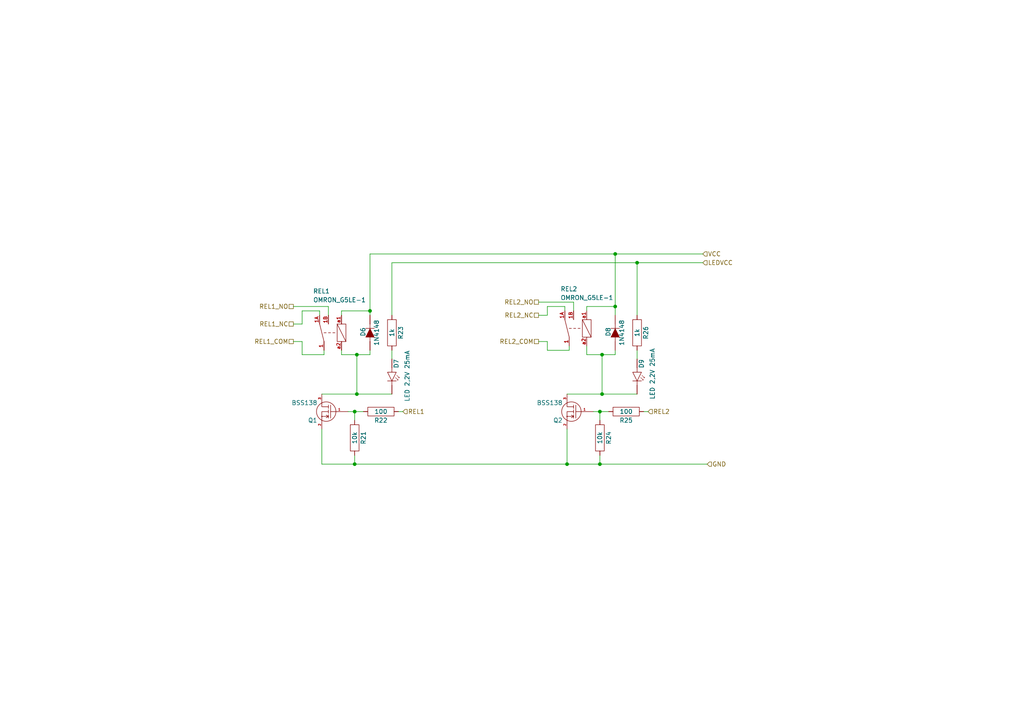
<source format=kicad_sch>
(kicad_sch (version 20211123) (generator eeschema)
  (paper "A4")
  (title_block (title "2 Relays") (date "2018-09-24") (rev "B") (company "KoeWiBa") (comment 1 "Baseboard for Raspberry PI 2B"))
  (lib_symbols
    (symbol "relays:OMRON_G5LE-1" (pin_names (offset 1.016) hide)
      (property "Reference" "REL" (at 0.635 -2.54 0))
      (property "Value" "OMRON_G5LE-1" (at 1.27 8.89 0))
      (symbol "OMRON_G5LE-1_0_1"
        (rectangle (start -2.54 1.27) (end 2.54 -1.27))
        (polyline (pts (xy -2.54 -1.27) (xy 2.54 1.27)))
        (polyline (pts (xy -2.54 5.08) (xy 2.54 6.35)))
        (polyline (pts (xy 0 1.905) (xy 0 2.54) (xy 0 2.54)))
        (polyline (pts (xy 0 3.175) (xy 0 3.81) (xy 0 3.81)))
        (polyline (pts (xy 0 4.445) (xy 0 5.08) (xy 0 5.08)))
      )
      (symbol "OMRON_G5LE-1_1_1"
        (pin passive line (at -5.08 5.08 0) (length 2.54) (name "~") (number "1"))
        (pin passive line (at 5.08 6.35 180) (length 2.54) (name "~") (number "1A"))
        (pin passive line (at 5.08 3.81 180) (length 2.54) (name "~") (number "1B"))
        (pin input line (at 5.08 0 180) (length 2.54) (name "+") (number "a1"))
        (pin input line (at -5.08 0 0) (length 2.54) (name "-") (number "a2"))
      )
    )
    (symbol "standard:D" (pin_numbers hide) (pin_names (offset 1.016) hide)
      (property "Reference" "D" (at 0.254 2.032 0))
      (property "Value" "D" (at 0 -1.905 0))
      (symbol "D_0_1"
        (polyline (pts (xy -1.27 0) (xy -2.54 0) (xy -2.54 0)))
        (polyline (pts (xy 1.27 1.27) (xy 1.27 -1.27) (xy 1.27 -1.27) (xy 1.27 -1.27)))
        (polyline (pts (xy 1.27 0) (xy -1.27 -1.27) (xy -1.27 1.27) (xy 1.27 0) (xy 1.27 0)) (stroke (width 0.0254)) (fill (type outline)))
        (polyline (pts (xy 2.54 0) (xy 1.27 0) (xy 1.27 0) (xy 1.27 0) (xy 1.27 0)))
      )
      (symbol "D_1_1"
        (pin input line (at -5.08 0 0) (length 2.54) (name "A") (number "1"))
        (pin input line (at 5.08 0 180) (length 2.54) (name "C") (number "2"))
      )
    )
    (symbol "standard:LED" (pin_numbers hide) (pin_names (offset 1.016) hide)
      (property "Reference" "D" (at 0 5.08 0))
      (property "Value" "LED" (at 3.175 1.27 0))
      (symbol "LED_0_1"
        (polyline (pts (xy 3.81 3.81) (xy 2.54 3.81) (xy 2.54 3.81)))
        (polyline (pts (xy 5.461 5.969) (xy 4.699 5.207) (xy 4.699 5.207)) (stroke (width 0.1016)))
        (polyline (pts (xy 6.096 5.588) (xy 5.334 4.826) (xy 5.334 4.826)) (stroke (width 0.1016)))
        (polyline (pts (xy 5.842 5.588) (xy 6.096 5.588) (xy 6.096 5.334) (xy 6.096 5.334)) (stroke (width 0.1016)))
        (polyline (pts (xy 6.35 5.08) (xy 6.35 2.54) (xy 6.35 2.54) (xy 6.35 2.54)))
        (polyline (pts (xy 6.35 3.81) (xy 3.81 2.54) (xy 3.81 5.08) (xy 6.35 3.81) (xy 6.35 3.81)))
        (polyline (pts (xy 7.62 3.81) (xy 6.35 3.81) (xy 6.35 3.81) (xy 6.35 3.81) (xy 6.35 3.81)))
        (polyline (pts (xy 5.207 5.969) (xy 5.461 5.969) (xy 5.461 5.715) (xy 5.461 5.715) (xy 5.461 5.715) (xy 5.461 5.715)) (stroke (width 0.1016)))
      )
      (symbol "LED_1_1"
        (pin input line (at 0 3.81 0) (length 2.54) (name "A") (number "1"))
        (pin input line (at 10.16 3.81 180) (length 2.54) (name "C") (number "2"))
      )
    )
    (symbol "standard:R" (pin_numbers hide) (pin_names (offset 1.016) hide)
      (property "Reference" "R" (at 0 -2.54 0))
      (property "Value" "R" (at 0 0 0))
      (symbol "R_0_1"
        (rectangle (start -3.81 1.27) (end 3.81 -1.27))
      )
      (symbol "R_1_1"
        (pin passive line (at -5.08 0 0) (length 1.27) (name "1") (number "1"))
        (pin passive line (at 5.08 0 180) (length 1.27) (name "2") (number "2"))
      )
    )
    (symbol "transistors:BSS138" (pin_names (offset 1.016) hide)
      (property "Reference" "Q" (at 3.81 -2.54 0))
      (property "Value" "BSS138" (at 3.81 2.54 0))
      (symbol "BSS138_0_1"
        (polyline (pts (xy 0.635 -1.905) (xy 0.635 -0.889)) (stroke (width 0.1524)))
        (polyline (pts (xy 0.635 -1.397) (xy 1.27 -1.778)) (stroke (width 0.1524)))
        (polyline (pts (xy 0.635 -1.397) (xy 1.27 -1.016)) (stroke (width 0.1524)))
        (polyline (pts (xy 0.635 -1.397) (xy 2.54 -1.397)) (stroke (width 0.1524)))
        (polyline (pts (xy 0.635 0.508) (xy 0.635 -0.508)) (stroke (width 0.1524)))
        (polyline (pts (xy 0.635 1.905) (xy 0.635 0.889)) (stroke (width 0.1524)))
        (polyline (pts (xy 0 1.905) (xy 0 -1.905) (xy 0 -1.905)) (stroke (width 0.1524)))
        (polyline (pts (xy 0.635 0) (xy 2.54 0) (xy 2.54 -2.54)) (stroke (width 0.1524)))
        (polyline (pts (xy 0.635 1.397) (xy 2.54 1.397) (xy 2.54 2.54)) (stroke (width 0.1524)))
        (circle (center 1.27 0) (radius 2.8194) (stroke (width 0.1524)))
        (circle (center 2.54 -1.397) (radius 0.1016) (stroke (width 0.1524)))
      )
      (symbol "BSS138_1_1"
        (pin input line (at -5.08 0 0) (length 5.08) (name "G") (number "1"))
        (pin passive line (at 2.54 -5.08 90) (length 2.54) (name "S") (number "2"))
        (pin passive line (at 2.54 5.08 270) (length 2.54) (name "D") (number "3"))
      )
    )
  )
  (junction (at 102.87 134.62))
  (junction (at 178.435 88.9))
  (junction (at 174.625 102.87))
  (junction (at 103.505 102.87))
  (junction (at 173.99 119.38))
  (junction (at 102.87 119.38))
  (junction (at 103.505 114.3))
  (junction (at 174.625 114.3))
  (junction (at 164.465 134.62))
  (junction (at 184.785 76.2))
  (junction (at 107.315 90.17))
  (junction (at 178.435 73.66))
  (junction (at 173.99 134.62))
  (wire (pts (xy 158.75 99.06) (xy 158.75 101.6)))
  (wire (pts (xy 164.465 134.62) (xy 102.87 134.62)))
  (wire (pts (xy 99.06 90.17) (xy 107.315 90.17)))
  (wire (pts (xy 170.18 88.9) (xy 178.435 88.9)))
  (wire (pts (xy 102.87 119.38) (xy 102.87 121.92)))
  (wire (pts (xy 102.87 134.62) (xy 93.345 134.62)))
  (wire (pts (xy 165.1 101.6) (xy 165.1 100.33)))
  (wire (pts (xy 184.785 114.3) (xy 174.625 114.3)))
  (wire (pts (xy 187.96 119.38) (xy 186.69 119.38)))
  (wire (pts (xy 92.71 90.17) (xy 92.71 91.44)))
  (wire (pts (xy 174.625 102.87) (xy 178.435 102.87)))
  (wire (pts (xy 156.21 87.63) (xy 166.37 87.63)))
  (wire (pts (xy 158.75 91.44) (xy 158.75 88.9)))
  (wire (pts (xy 87.63 102.87) (xy 87.63 99.06)))
  (wire (pts (xy 93.98 102.87) (xy 87.63 102.87)))
  (wire (pts (xy 107.315 102.87) (xy 103.505 102.87)))
  (wire (pts (xy 99.06 102.87) (xy 99.06 101.6)))
  (wire (pts (xy 164.465 134.62) (xy 164.465 124.46)))
  (wire (pts (xy 170.18 102.87) (xy 174.625 102.87)))
  (wire (pts (xy 170.18 90.17) (xy 170.18 88.9)))
  (wire (pts (xy 107.315 90.17) (xy 107.315 91.44)))
  (wire (pts (xy 113.665 101.6) (xy 113.665 104.14)))
  (wire (pts (xy 184.785 91.44) (xy 184.785 76.2)))
  (wire (pts (xy 156.21 91.44) (xy 158.75 91.44)))
  (wire (pts (xy 173.99 134.62) (xy 164.465 134.62)))
  (wire (pts (xy 107.315 73.66) (xy 178.435 73.66)))
  (wire (pts (xy 95.25 88.9) (xy 85.09 88.9)))
  (wire (pts (xy 103.505 102.87) (xy 103.505 114.3)))
  (wire (pts (xy 115.57 119.38) (xy 116.84 119.38)))
  (wire (pts (xy 163.83 88.9) (xy 163.83 90.17)))
  (wire (pts (xy 105.41 119.38) (xy 102.87 119.38)))
  (wire (pts (xy 156.21 99.06) (xy 158.75 99.06)))
  (wire (pts (xy 178.435 88.9) (xy 178.435 91.44)))
  (wire (pts (xy 93.98 101.6) (xy 93.98 102.87)))
  (wire (pts (xy 173.99 119.38) (xy 172.085 119.38)))
  (wire (pts (xy 113.665 91.44) (xy 113.665 76.2)))
  (wire (pts (xy 158.75 88.9) (xy 163.83 88.9)))
  (wire (pts (xy 178.435 73.66) (xy 203.835 73.66)))
  (wire (pts (xy 102.87 132.08) (xy 102.87 134.62)))
  (wire (pts (xy 173.99 132.08) (xy 173.99 134.62)))
  (wire (pts (xy 102.87 119.38) (xy 100.965 119.38)))
  (wire (pts (xy 178.435 102.87) (xy 178.435 101.6)))
  (wire (pts (xy 107.315 101.6) (xy 107.315 102.87)))
  (wire (pts (xy 170.18 100.33) (xy 170.18 102.87)))
  (wire (pts (xy 173.99 119.38) (xy 173.99 121.92)))
  (wire (pts (xy 178.435 73.66) (xy 178.435 88.9)))
  (wire (pts (xy 99.06 91.44) (xy 99.06 90.17)))
  (wire (pts (xy 184.785 76.2) (xy 203.835 76.2)))
  (wire (pts (xy 113.665 114.3) (xy 103.505 114.3)))
  (wire (pts (xy 93.345 134.62) (xy 93.345 124.46)))
  (wire (pts (xy 95.25 88.9) (xy 95.25 91.44)))
  (wire (pts (xy 103.505 114.3) (xy 93.345 114.3)))
  (wire (pts (xy 166.37 87.63) (xy 166.37 90.17)))
  (wire (pts (xy 174.625 102.87) (xy 174.625 114.3)))
  (wire (pts (xy 113.665 76.2) (xy 184.785 76.2)))
  (wire (pts (xy 103.505 102.87) (xy 99.06 102.87)))
  (wire (pts (xy 176.53 119.38) (xy 173.99 119.38)))
  (wire (pts (xy 85.09 93.98) (xy 87.63 93.98)))
  (wire (pts (xy 87.63 99.06) (xy 85.09 99.06)))
  (wire (pts (xy 184.785 101.6) (xy 184.785 104.14)))
  (wire (pts (xy 205.105 134.62) (xy 173.99 134.62)))
  (wire (pts (xy 87.63 90.17) (xy 92.71 90.17)))
  (wire (pts (xy 174.625 114.3) (xy 164.465 114.3)))
  (wire (pts (xy 87.63 93.98) (xy 87.63 90.17)))
  (wire (pts (xy 158.75 101.6) (xy 165.1 101.6)))
  (wire (pts (xy 107.315 73.66) (xy 107.315 90.17)))
  (hierarchical_label "GND" (shape input) (at 205.105 134.62 0))
  (hierarchical_label "REL1_NC" (shape passive) (at 85.09 93.98 180))
  (hierarchical_label "REL1_NO" (shape passive) (at 85.09 88.9 180))
  (hierarchical_label "REL2" (shape input) (at 187.96 119.38 0))
  (hierarchical_label "REL1" (shape input) (at 116.84 119.38 0))
  (hierarchical_label "VCC" (shape input) (at 203.835 73.66 0))
  (hierarchical_label "REL2_NO" (shape passive) (at 156.21 87.63 180))
  (hierarchical_label "REL2_NC" (shape passive) (at 156.21 91.44 180))
  (hierarchical_label "LEDVCC" (shape input) (at 203.835 76.2 0))
  (hierarchical_label "REL2_COM" (shape passive) (at 156.21 99.06 180))
  (hierarchical_label "REL1_COM" (shape passive) (at 85.09 99.06 180))
  (symbol (lib_id "standard:D") (at 107.315 96.52 90) (unit 1)
    (property "Reference" "D6" (at 105.283 96.266 0))
    (property "Value" "1N4148" (at 109.22 96.52 0))
    (property "Footprint" "Diode_SMD:D_MINIMELF" (effects hide))
  )
  (symbol (lib_id "standard:R") (at 102.87 127 90) (unit 1)
    (property "Reference" "R21" (at 105.41 127 0))
    (property "Value" "10k" (at 102.87 127 0))
    (property "Footprint" "Resistor:R_0805" (effects hide))
  )
  (symbol (lib_id "standard:R") (at 113.665 96.52 90) (unit 1)
    (property "Reference" "R23" (at 116.205 96.52 0))
    (property "Value" "1k" (at 113.665 96.52 0))
    (property "Footprint" "Resistor:R_0805" (effects hide))
  )
  (symbol (lib_id "standard:LED") (at 109.855 104.14 270) (unit 1)
    (property "Reference" "D7" (at 114.935 104.14 0) (effects (justify left)))
    (property "Value" "LED 2,2V 25mA" (at 118.11 101.6 0) (effects (justify left)))
    (property "Footprint" "LED:LED_RM2.54mm_D3mm" (effects hide))
  )
  (symbol (lib_id "standard:LED") (at 180.975 104.14 270) (unit 1)
    (property "Reference" "D9" (at 186.055 104.14 0) (effects (justify left)))
    (property "Value" "LED 2,2V 25mA" (at 189.23 100.965 0) (effects (justify left)))
    (property "Footprint" "LED:LED_RM2.54mm_D3mm" (effects hide))
  )
  (symbol (lib_id "standard:R") (at 184.785 96.52 90) (unit 1)
    (property "Reference" "R26" (at 187.325 96.52 0))
    (property "Value" "1k" (at 184.785 96.52 0))
    (property "Footprint" "Resistor:R_0805" (effects hide))
  )
  (symbol (lib_id "standard:R") (at 173.99 127 90) (unit 1)
    (property "Reference" "R24" (at 176.53 127 0))
    (property "Value" "10k" (at 173.99 127 0))
    (property "Footprint" "Resistor:R_0805" (effects hide))
  )
  (symbol (lib_id "standard:D") (at 178.435 96.52 90) (unit 1)
    (property "Reference" "D8" (at 176.403 96.266 0))
    (property "Value" "1N4148" (at 180.34 96.52 0))
    (property "Footprint" "Diode_SMD:D_MINIMELF" (effects hide))
  )
  (symbol (lib_id "transistors:BSS138") (at 95.885 119.38 0) (mirror y) (unit 1)
    (property "Reference" "Q1" (at 92.075 121.92 0) (effects (justify left)))
    (property "Value" "BSS138" (at 92.075 116.84 0) (effects (justify left)))
    (property "Footprint" "Housings_SOT:SOT23-3" (effects hide))
  )
  (symbol (lib_id "standard:R") (at 110.49 119.38 0) (unit 1)
    (property "Reference" "R22" (at 110.49 121.92 0))
    (property "Value" "100" (at 110.49 119.38 0))
    (property "Footprint" "Resistor:R_0805" (effects hide))
  )
  (symbol (lib_id "standard:R") (at 181.61 119.38 0) (unit 1)
    (property "Reference" "R25" (at 181.61 121.92 0))
    (property "Value" "100" (at 181.61 119.38 0))
    (property "Footprint" "Resistor:R_0805" (effects hide))
  )
  (symbol (lib_id "transistors:BSS138") (at 167.005 119.38 0) (mirror y) (unit 1)
    (property "Reference" "Q2" (at 163.195 121.92 0) (effects (justify left)))
    (property "Value" "BSS138" (at 163.195 116.84 0) (effects (justify left)))
    (property "Footprint" "Housings_SOT:SOT23-3" (effects hide))
  )
  (symbol (lib_id "relays:OMRON_G5LE-1") (at 99.06 96.52 90) (unit 1)
    (property "Reference" "REL1" (at 90.805 84.455 90) (effects (justify right)))
    (property "Value" "OMRON_G5LE-1" (at 90.805 86.995 90) (effects (justify right)))
  )
  (symbol (lib_id "relays:OMRON_G5LE-1") (at 170.18 95.25 90) (unit 1)
    (property "Reference" "REL2" (at 162.56 83.82 90) (effects (justify right)))
    (property "Value" "OMRON_G5LE-1" (at 162.56 86.36 90) (effects (justify right)))
  )
)
</source>
